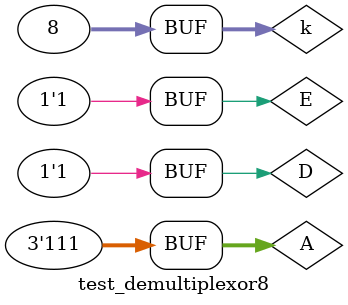
<source format=v>
module demultiplexor8(E, A, D, Y);
input [2:0] A;
output reg [7:0] Y;
input D, E;
integer k;

always @(E or A or D) begin

  for(k = 0; k <= 7; k = k+1) begin
    if( E == 1)
      Y = 0;
    else if( k == A)
      Y[k] = D;
    else
      Y[k] = 0;
    
  end

end
endmodule

module test_demultiplexor8;
reg [2:0] A;
wire [7:0] Y;
reg D, E;
integer k;

demultiplexor8 my_dmux(E, A, D, Y);
initial begin
  D = 1;
  E = 0;
  for(k = 0; k <= 7; k = k+1) begin
    A = k; #20;
  end
  E = 1;
end
endmodule


</source>
